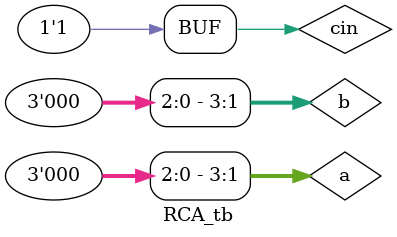
<source format=v>
`include "FULL_ADDER1.v"
module RCA(a,b,cin,sum,carry);
    parameter IN=8;
    input [$clog2(IN):0]a,b;
    input cin;
    output [$clog2(IN):0]sum;
    output carry;

    //instantiation
    FULL_ADDER1 FA1(.a(a[0]),
                    .b(b[0]),
                    .cin(cin),
                    .sum(sum[0]),
                    .carry(w1)
                   );
     FULL_ADDER1 FA2(.a(a[1]),
                    .b(b[1]),
                    .cin(w1),
                    .sum(sum[1]),
                    .carry(w2)
                    );
      FULL_ADDER1 FA3(.a(a[2]),
                    .b(b[2]),
                    .cin(w2),
                    .sum(sum[2]),
                    .carry(w3)
                    );
       FULL_ADDER1 FA4(.a(a[3]),
                    .b(b[3]),
                    .cin(w3),
                    .sum(sum[3]),
                    .carry(carry)
                    );
endmodule

       //testbench
       module RCA_tb();
          parameter IN=8;
          reg [$clog2(IN):0]a,b;
          reg cin;
          wire [$clog2(IN):0]sum;
          wire carry;

          //instantiation
          RCA R1(a,b,cin,sum,carry);

 
          initial
          repeat(10)
          begin
          a=$random; b=$random; cin=1;#10;
          end
          initial
          $monitor("a=%b b=%b cin=%b sum=%b carry=%b Time=%t",a,b,cin,sum,carry,$time);
          endmodule



</source>
